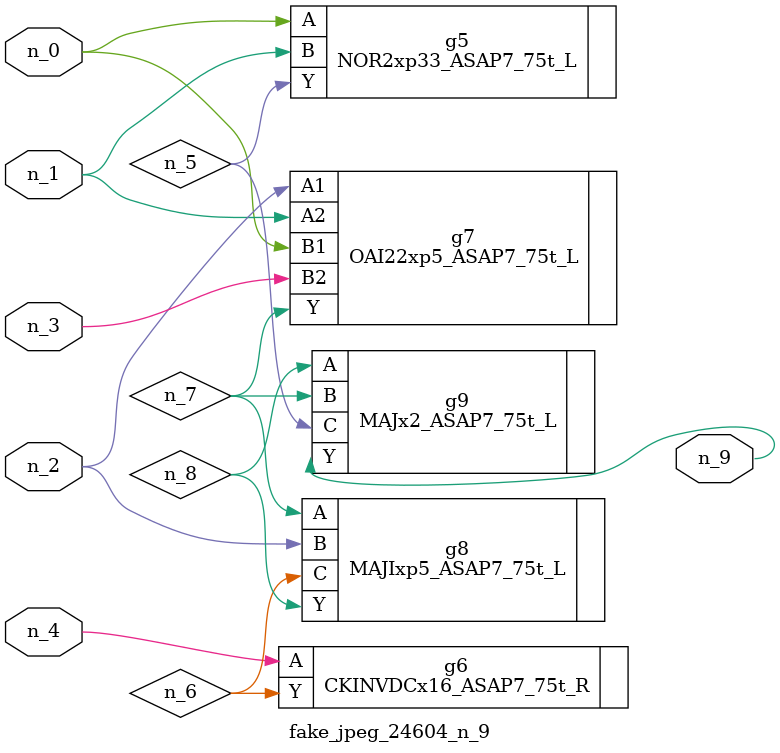
<source format=v>
module fake_jpeg_24604_n_9 (n_3, n_2, n_1, n_0, n_4, n_9);

input n_3;
input n_2;
input n_1;
input n_0;
input n_4;

output n_9;

wire n_8;
wire n_6;
wire n_5;
wire n_7;

NOR2xp33_ASAP7_75t_L g5 ( 
.A(n_0),
.B(n_1),
.Y(n_5)
);

CKINVDCx16_ASAP7_75t_R g6 ( 
.A(n_4),
.Y(n_6)
);

OAI22xp5_ASAP7_75t_L g7 ( 
.A1(n_2),
.A2(n_1),
.B1(n_0),
.B2(n_3),
.Y(n_7)
);

MAJIxp5_ASAP7_75t_L g8 ( 
.A(n_7),
.B(n_2),
.C(n_6),
.Y(n_8)
);

MAJx2_ASAP7_75t_L g9 ( 
.A(n_8),
.B(n_7),
.C(n_5),
.Y(n_9)
);


endmodule
</source>
